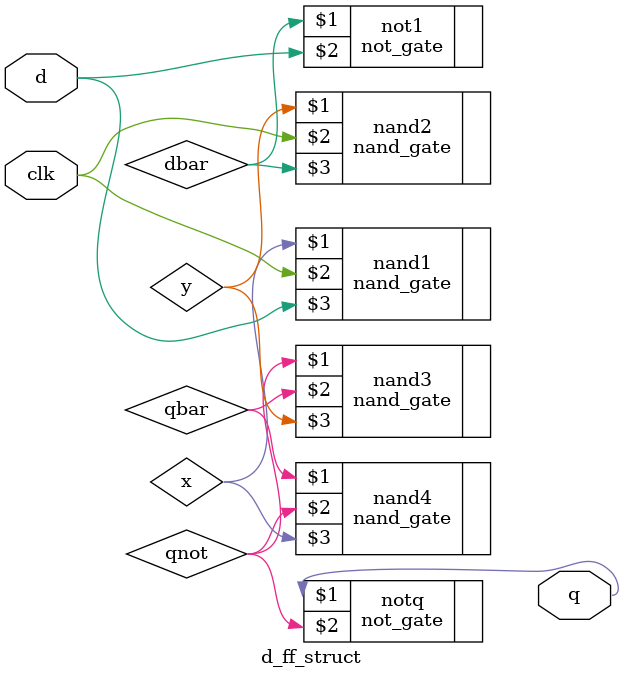
<source format=v>
module d_ff_struct(q,d,clk);
input d,clk;
wire qbar;
wire qnot; 
output q; 
not_gate not1(dbar,d); 
nand_gate nand1(x,clk,d); 
nand_gate nand2(y,clk,dbar); 
nand_gate nand3(qnot,qbar,y); 
nand_gate nand4(qbar,qnot,x);
not_gate notq(q,qnot); 
endmodule

</source>
